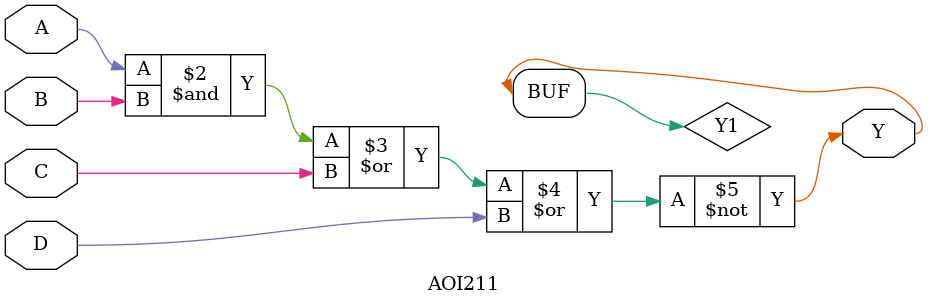
<source format=v>
/*********************************************
 *	Memmory Elements
 *********************************************/


/*	
 *	D Flip-Flop
 *	Size: 18
 */
module DFF (Q, D, clk);
	output Q;
	input D, clk;
	reg Q;
	always @ (posedge clk)
		Q <= #3 D;

	specify
	$setup (D, posedge clk, 1.0);
	$hold	(posedge clk, D, 0.4);
	endspecify
endmodule


/*	
 *	D Flip-Flop with Clear 
 *	"clr" asserted high
 *	Size: 22
 */
module DFF_C (Q, D, clr, clk);
	output Q;
	input D, clr, clk;
	reg Q;
	always @ (posedge clk) begin
		Q <= #3.2 (clr) ? 1'b0 : D;
	end
	

	specify
	$setup (D, posedge clk, 1.0);
	$hold	(posedge clk, D, 0.4);
	endspecify
	
endmodule

/*	
 *	Simple Latch
 *	Size: 10
 */
module LATCH (Q, D, clk);
	output Q;
	input D, clk;
	reg Q;
	always @ (clk or D)
		Q <= #2.2 (clk) ? D : Q;

		
endmodule

/*	
 *	Scan Flip-Flop
 *	When "tst" asserted low, then equivalent
 *	to a DFF.
 *	When "tst" asserted high, acts as DFF
 *	with "SCIN" as the input and Q as the output.
 *	Size: 28
 */
module SDFF (Q, D, SCIN, tst, clk);
	output Q;
	input D, SCIN, tst, clk;
	reg Q;
	always @ (posedge clk) begin
		Q <= #4 (tst) ? SCIN : D;
	end
	
	specify
	$setup (SCIN, posedge clk, 1.0);
	$hold	(posedge clk, SCIN, 0.4);
	$setup (D, posedge clk, 1.0);
	$hold	(posedge clk, D, 0.4);
	endspecify

endmodule

/*
 *	Scan Flip-Flop as above, but with clearing
 *	ability with "clr" asserted high.
 *	Size: 32
 */
module SDFF_C (Q, D, SCIN, tst, clr, clk);
	output Q;
	input D, SCIN, tst, clr, clk;
	reg Q;
	always @ (posedge clk) begin
		if (clr) 
			Q <= # 4 (tst) ? SCIN : D;
		else
			Q <= #3 1'b0;
	end
	specify
	$setup (SCIN, posedge clk, 1.0);
	$hold	(posedge clk, SCIN, 0.4);
	$setup (D, posedge clk, 1.0);
	$hold	(posedge clk, D, 0.4);
	endspecify
endmodule

/***********************
 * Basic Logic Gates
 **********************/

module THRU (Y, A);
	output Y;
	input A;
	assign Y=A;
endmodule

/* Size: 4
*/
module BUF (Y,A);
	output Y;
	input A;
	buf #(0.5, 0.5) g(Y,A);
endmodule

/* Size: 2
*/
module INV (Y,A);
	output Y;
	input A;
	not #(0.3, 0.3) g(Y,A);
endmodule

/* Size: 4
*/
module INV2X (Y,A);
	output Y;
	input A;
	not #(0.5, 0.5) g(Y,A);
endmodule

/* Size: 8
*/
module INV4X (Y,A);
	output Y;
	input A;
	not #(1.1, 1.1) g(Y,A);
endmodule

/*Size: 4*/
module NOR2 (Y, A, B);
	output Y;
	input A, B;
	nor #(1.3, 1.0)g(Y, A, B);
endmodule

/*Size: 6*/
module NOR3 (Y, A, B, C);
	output Y;
	input A, B, C;
	nor #(1.8, 1.5) g( Y, A, B, C );
endmodule

/*Size: 8*/
module NOR4 (Y, A, B, C, D);
	output Y;	
	input A, B, C, D;
	nor #(3.7, 3.2) g( Y, A, B, C, D );
endmodule

/*Size: 4*/
module NAND2 (Y, A, B);
	output Y;
	input A, B;
	nand #(1.2, 1.1)g(Y, A, B);
endmodule

/*Size: 6*/
module NAND3 (Y, A, B, C);
	output Y;
	input A, B, C;
	nand #(1.8, 1.5) g( Y, A, B, C );
endmodule

/*Size: 8*/
module NAND4 (Y, A, B, C, D);
	output Y;
	input A, B, C, D;
	nand #(3.5, 3.1)g( Y, A, B, C, D );
endmodule

/*Size: 6*/
module OR2 (Y, A, B);
	output Y;
	input A, B;
	or #(1.5, 1.2) g(Y, A, B);
endmodule

/*Size: 8*/
module OR3 (Y, A, B, C);
	output Y;
	input A, B, C;
	or # (2.2, 2.0) g(Y, A, B, C);
endmodule

/*Size: 6*/
module AND2 (Y, A, B);
	output Y;
	input A, B;
	and # (1.4, 1.1) g(Y, A, B);
endmodule

/*Size: 8*/
module AND3 (Y, A, B, C);
	output Y;
	input A, B, C;
	and # (2.1, 2.0) g( Y, A, B, C );
endmodule

/*Size: 8*/
module XOR2 (Y, A, B);
	output Y;
	input A, B;
	xor #(2.6, 2.4) g(Y,A, B);
endmodule

/*Size: 8*/
module XNOR2 (Y, A, B);
	output Y;
	input A, B;
	xnor #(2.6, 2.4) g(Y,A, B);
endmodule


/**************************************
 * 	Less Popular but Very Useful Logic 
 **************************************/

/* Tri-State Buffer
 * Much like a transmition gate, 
 * by asserting "EN", the value of 
 * "A" goes to "Y". Otherwise, a floating
 * output is kept.
 * Size: 6
 */
module TRIBUF (Y, A, EN);
	output Y;
	input A, EN;
	bufif1 #(1.0, 0.8) g(Y,A,EN);
endmodule

/*	Tri-State Inverter
 *	Acts as the tri-state buffer described above,
 *	only when "EN" is asserted, Y = A_bar.
 *	Size: 4
 */
module TRIINV (Y, A, EN);
	output Y;
	input A, EN;
	bufif1 #(1.0, 0.8) g(Y,~A,EN);
endmodule

/*	2-input Multiplexer
 *	When 
 *		sel=0, Y = A
 *		sel=1, Y = B
 *	Size: 10
 */
module MUX2 (Y, sel, A, B);
	output Y;
	input A, B, sel;
	reg Y1;
	always @ (sel or A or B)
		Y1 = (sel) ? B : A;
	buf #(2.7,2.5) g(Y,Y1);
endmodule

/*	And-Or-Inverter
 *	Y = ~ ( (A+B)*C )
 *	Size: 6
 */
module OAI21 (Y, A, B, C);
	output Y;
	input A, B, C;
	reg Y1;
	always @ (A or B or C)
		Y1 = ~((A|B)&C);
	buf #(2.2, 1.9) g(Y,Y1);	
endmodule

/*	Or-And-Inverter
 *	Y = ~ (AB + C)
 *	Size: 6
 */
module AOI21 (Y, A, B, C);
	output Y;
	input A, B, C;
	reg Y1;
	always @ (A or B or C)
		Y1 = ~ ( (A&B) | C );
	buf #(2.3, 1.9) g(Y, Y1);	
endmodule

/*	And-Or-Inverter
 *	Y = ~( (A+B)(C+D) )
 *	Size: 8
 */
module OAI22 (Y, A, B, C, D);
	output Y;
	input A, B, C, D;
	reg Y1;
	always @ (A or B or C or D)
		Y1 = ~ ( (A|B) & (C|D) );
	buf #(2.5,2.3) g(Y,Y1);	
endmodule

/*	And-Or-Inverter
 *	Y = ~ (AB + CD)
 *	Size: 8
 */
module AOI22 (Y, A, B, C, D);
	output Y;
	input A, B, C, D;
	reg Y1;
	always @ (A or B or C or D)
		Y1 = ~ ( (A&B) | (C&D) );
	buf #(2.5, 2.3) g(Y,Y1);	
endmodule

/*	And-Or-Inverter
 *	Y = ~ ( (A+B)*CD )
 *	Size: 8
 */
module OAI211 (Y, A, B, C, D);
	output Y;
	input A, B, C, D;
	reg Y1;
	always @ (A or B or C or D)
		Y1 = ~ ( (A|B) & C & D );
	buf #(2.5, 2.4) g(Y,Y1);	
endmodule	

/*	And-Or-Inverter
 *	Y = ~ (AB + C + D)
 *	Size: 8
 */
module AOI211 (Y, A, B, C, D);
	output Y;
	input A, B, C, D;
	reg Y1;
	always @ (A or B or C or D)
		Y1 = ~ ( (A&B) | C | D);
	buf #(2.7, 2.5) g(Y,Y1);	
endmodule




</source>
